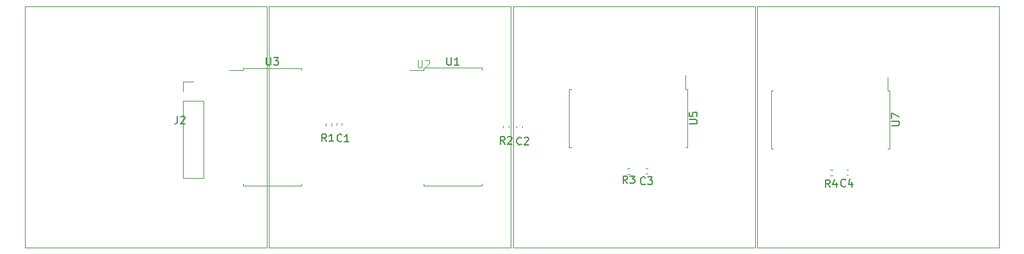
<source format=gbr>
%TF.GenerationSoftware,KiCad,Pcbnew,7.0.9*%
%TF.CreationDate,2024-01-25T00:03:06-08:00*%
%TF.ProjectId,Max7219_FC16,4d617837-3231-4395-9f46-4331362e6b69,rev?*%
%TF.SameCoordinates,Original*%
%TF.FileFunction,Legend,Top*%
%TF.FilePolarity,Positive*%
%FSLAX46Y46*%
G04 Gerber Fmt 4.6, Leading zero omitted, Abs format (unit mm)*
G04 Created by KiCad (PCBNEW 7.0.9) date 2024-01-25 00:03:06*
%MOMM*%
%LPD*%
G01*
G04 APERTURE LIST*
%ADD10C,0.150000*%
%ADD11C,0.100000*%
%ADD12C,0.120000*%
G04 APERTURE END LIST*
D10*
X49196666Y-51575619D02*
X49196666Y-52289904D01*
X49196666Y-52289904D02*
X49149047Y-52432761D01*
X49149047Y-52432761D02*
X49053809Y-52528000D01*
X49053809Y-52528000D02*
X48910952Y-52575619D01*
X48910952Y-52575619D02*
X48815714Y-52575619D01*
X49625238Y-51670857D02*
X49672857Y-51623238D01*
X49672857Y-51623238D02*
X49768095Y-51575619D01*
X49768095Y-51575619D02*
X50006190Y-51575619D01*
X50006190Y-51575619D02*
X50101428Y-51623238D01*
X50101428Y-51623238D02*
X50149047Y-51670857D01*
X50149047Y-51670857D02*
X50196666Y-51766095D01*
X50196666Y-51766095D02*
X50196666Y-51861333D01*
X50196666Y-51861333D02*
X50149047Y-52004190D01*
X50149047Y-52004190D02*
X49577619Y-52575619D01*
X49577619Y-52575619D02*
X50196666Y-52575619D01*
X111085333Y-60557580D02*
X111037714Y-60605200D01*
X111037714Y-60605200D02*
X110894857Y-60652819D01*
X110894857Y-60652819D02*
X110799619Y-60652819D01*
X110799619Y-60652819D02*
X110656762Y-60605200D01*
X110656762Y-60605200D02*
X110561524Y-60509961D01*
X110561524Y-60509961D02*
X110513905Y-60414723D01*
X110513905Y-60414723D02*
X110466286Y-60224247D01*
X110466286Y-60224247D02*
X110466286Y-60081390D01*
X110466286Y-60081390D02*
X110513905Y-59890914D01*
X110513905Y-59890914D02*
X110561524Y-59795676D01*
X110561524Y-59795676D02*
X110656762Y-59700438D01*
X110656762Y-59700438D02*
X110799619Y-59652819D01*
X110799619Y-59652819D02*
X110894857Y-59652819D01*
X110894857Y-59652819D02*
X111037714Y-59700438D01*
X111037714Y-59700438D02*
X111085333Y-59748057D01*
X111418667Y-59652819D02*
X112037714Y-59652819D01*
X112037714Y-59652819D02*
X111704381Y-60033771D01*
X111704381Y-60033771D02*
X111847238Y-60033771D01*
X111847238Y-60033771D02*
X111942476Y-60081390D01*
X111942476Y-60081390D02*
X111990095Y-60129009D01*
X111990095Y-60129009D02*
X112037714Y-60224247D01*
X112037714Y-60224247D02*
X112037714Y-60462342D01*
X112037714Y-60462342D02*
X111990095Y-60557580D01*
X111990095Y-60557580D02*
X111942476Y-60605200D01*
X111942476Y-60605200D02*
X111847238Y-60652819D01*
X111847238Y-60652819D02*
X111561524Y-60652819D01*
X111561524Y-60652819D02*
X111466286Y-60605200D01*
X111466286Y-60605200D02*
X111418667Y-60557580D01*
X108723133Y-60502019D02*
X108389800Y-60025828D01*
X108151705Y-60502019D02*
X108151705Y-59502019D01*
X108151705Y-59502019D02*
X108532657Y-59502019D01*
X108532657Y-59502019D02*
X108627895Y-59549638D01*
X108627895Y-59549638D02*
X108675514Y-59597257D01*
X108675514Y-59597257D02*
X108723133Y-59692495D01*
X108723133Y-59692495D02*
X108723133Y-59835352D01*
X108723133Y-59835352D02*
X108675514Y-59930590D01*
X108675514Y-59930590D02*
X108627895Y-59978209D01*
X108627895Y-59978209D02*
X108532657Y-60025828D01*
X108532657Y-60025828D02*
X108151705Y-60025828D01*
X109056467Y-59502019D02*
X109675514Y-59502019D01*
X109675514Y-59502019D02*
X109342181Y-59882971D01*
X109342181Y-59882971D02*
X109485038Y-59882971D01*
X109485038Y-59882971D02*
X109580276Y-59930590D01*
X109580276Y-59930590D02*
X109627895Y-59978209D01*
X109627895Y-59978209D02*
X109675514Y-60073447D01*
X109675514Y-60073447D02*
X109675514Y-60311542D01*
X109675514Y-60311542D02*
X109627895Y-60406780D01*
X109627895Y-60406780D02*
X109580276Y-60454400D01*
X109580276Y-60454400D02*
X109485038Y-60502019D01*
X109485038Y-60502019D02*
X109199324Y-60502019D01*
X109199324Y-60502019D02*
X109104086Y-60454400D01*
X109104086Y-60454400D02*
X109056467Y-60406780D01*
X116946487Y-52611904D02*
X117756010Y-52611904D01*
X117756010Y-52611904D02*
X117851248Y-52564285D01*
X117851248Y-52564285D02*
X117898868Y-52516666D01*
X117898868Y-52516666D02*
X117946487Y-52421428D01*
X117946487Y-52421428D02*
X117946487Y-52230952D01*
X117946487Y-52230952D02*
X117898868Y-52135714D01*
X117898868Y-52135714D02*
X117851248Y-52088095D01*
X117851248Y-52088095D02*
X117756010Y-52040476D01*
X117756010Y-52040476D02*
X116946487Y-52040476D01*
X116946487Y-51088095D02*
X116946487Y-51564285D01*
X116946487Y-51564285D02*
X117422677Y-51611904D01*
X117422677Y-51611904D02*
X117375058Y-51564285D01*
X117375058Y-51564285D02*
X117327439Y-51469047D01*
X117327439Y-51469047D02*
X117327439Y-51230952D01*
X117327439Y-51230952D02*
X117375058Y-51135714D01*
X117375058Y-51135714D02*
X117422677Y-51088095D01*
X117422677Y-51088095D02*
X117517915Y-51040476D01*
X117517915Y-51040476D02*
X117756010Y-51040476D01*
X117756010Y-51040476D02*
X117851248Y-51088095D01*
X117851248Y-51088095D02*
X117898868Y-51135714D01*
X117898868Y-51135714D02*
X117946487Y-51230952D01*
X117946487Y-51230952D02*
X117946487Y-51469047D01*
X117946487Y-51469047D02*
X117898868Y-51564285D01*
X117898868Y-51564285D02*
X117851248Y-51611904D01*
D11*
X80975295Y-44110619D02*
X80975295Y-44920142D01*
X80975295Y-44920142D02*
X81022914Y-45015380D01*
X81022914Y-45015380D02*
X81070533Y-45063000D01*
X81070533Y-45063000D02*
X81165771Y-45110619D01*
X81165771Y-45110619D02*
X81356247Y-45110619D01*
X81356247Y-45110619D02*
X81451485Y-45063000D01*
X81451485Y-45063000D02*
X81499104Y-45015380D01*
X81499104Y-45015380D02*
X81546723Y-44920142D01*
X81546723Y-44920142D02*
X81546723Y-44110619D01*
X81975295Y-44205857D02*
X82022914Y-44158238D01*
X82022914Y-44158238D02*
X82118152Y-44110619D01*
X82118152Y-44110619D02*
X82356247Y-44110619D01*
X82356247Y-44110619D02*
X82451485Y-44158238D01*
X82451485Y-44158238D02*
X82499104Y-44205857D01*
X82499104Y-44205857D02*
X82546723Y-44301095D01*
X82546723Y-44301095D02*
X82546723Y-44396333D01*
X82546723Y-44396333D02*
X82499104Y-44539190D01*
X82499104Y-44539190D02*
X81927676Y-45110619D01*
X81927676Y-45110619D02*
X82546723Y-45110619D01*
D10*
X84859695Y-43789219D02*
X84859695Y-44598742D01*
X84859695Y-44598742D02*
X84907314Y-44693980D01*
X84907314Y-44693980D02*
X84954933Y-44741600D01*
X84954933Y-44741600D02*
X85050171Y-44789219D01*
X85050171Y-44789219D02*
X85240647Y-44789219D01*
X85240647Y-44789219D02*
X85335885Y-44741600D01*
X85335885Y-44741600D02*
X85383504Y-44693980D01*
X85383504Y-44693980D02*
X85431123Y-44598742D01*
X85431123Y-44598742D02*
X85431123Y-43789219D01*
X86431123Y-44789219D02*
X85859695Y-44789219D01*
X86145409Y-44789219D02*
X86145409Y-43789219D01*
X86145409Y-43789219D02*
X86050171Y-43932076D01*
X86050171Y-43932076D02*
X85954933Y-44027314D01*
X85954933Y-44027314D02*
X85859695Y-44074933D01*
X92492533Y-55268019D02*
X92159200Y-54791828D01*
X91921105Y-55268019D02*
X91921105Y-54268019D01*
X91921105Y-54268019D02*
X92302057Y-54268019D01*
X92302057Y-54268019D02*
X92397295Y-54315638D01*
X92397295Y-54315638D02*
X92444914Y-54363257D01*
X92444914Y-54363257D02*
X92492533Y-54458495D01*
X92492533Y-54458495D02*
X92492533Y-54601352D01*
X92492533Y-54601352D02*
X92444914Y-54696590D01*
X92444914Y-54696590D02*
X92397295Y-54744209D01*
X92397295Y-54744209D02*
X92302057Y-54791828D01*
X92302057Y-54791828D02*
X91921105Y-54791828D01*
X92873486Y-54363257D02*
X92921105Y-54315638D01*
X92921105Y-54315638D02*
X93016343Y-54268019D01*
X93016343Y-54268019D02*
X93254438Y-54268019D01*
X93254438Y-54268019D02*
X93349676Y-54315638D01*
X93349676Y-54315638D02*
X93397295Y-54363257D01*
X93397295Y-54363257D02*
X93444914Y-54458495D01*
X93444914Y-54458495D02*
X93444914Y-54553733D01*
X93444914Y-54553733D02*
X93397295Y-54696590D01*
X93397295Y-54696590D02*
X92825867Y-55268019D01*
X92825867Y-55268019D02*
X93444914Y-55268019D01*
X68895933Y-54912419D02*
X68562600Y-54436228D01*
X68324505Y-54912419D02*
X68324505Y-53912419D01*
X68324505Y-53912419D02*
X68705457Y-53912419D01*
X68705457Y-53912419D02*
X68800695Y-53960038D01*
X68800695Y-53960038D02*
X68848314Y-54007657D01*
X68848314Y-54007657D02*
X68895933Y-54102895D01*
X68895933Y-54102895D02*
X68895933Y-54245752D01*
X68895933Y-54245752D02*
X68848314Y-54340990D01*
X68848314Y-54340990D02*
X68800695Y-54388609D01*
X68800695Y-54388609D02*
X68705457Y-54436228D01*
X68705457Y-54436228D02*
X68324505Y-54436228D01*
X69848314Y-54912419D02*
X69276886Y-54912419D01*
X69562600Y-54912419D02*
X69562600Y-53912419D01*
X69562600Y-53912419D02*
X69467362Y-54055276D01*
X69467362Y-54055276D02*
X69372124Y-54150514D01*
X69372124Y-54150514D02*
X69276886Y-54198133D01*
X94702333Y-55274380D02*
X94654714Y-55322000D01*
X94654714Y-55322000D02*
X94511857Y-55369619D01*
X94511857Y-55369619D02*
X94416619Y-55369619D01*
X94416619Y-55369619D02*
X94273762Y-55322000D01*
X94273762Y-55322000D02*
X94178524Y-55226761D01*
X94178524Y-55226761D02*
X94130905Y-55131523D01*
X94130905Y-55131523D02*
X94083286Y-54941047D01*
X94083286Y-54941047D02*
X94083286Y-54798190D01*
X94083286Y-54798190D02*
X94130905Y-54607714D01*
X94130905Y-54607714D02*
X94178524Y-54512476D01*
X94178524Y-54512476D02*
X94273762Y-54417238D01*
X94273762Y-54417238D02*
X94416619Y-54369619D01*
X94416619Y-54369619D02*
X94511857Y-54369619D01*
X94511857Y-54369619D02*
X94654714Y-54417238D01*
X94654714Y-54417238D02*
X94702333Y-54464857D01*
X95083286Y-54464857D02*
X95130905Y-54417238D01*
X95130905Y-54417238D02*
X95226143Y-54369619D01*
X95226143Y-54369619D02*
X95464238Y-54369619D01*
X95464238Y-54369619D02*
X95559476Y-54417238D01*
X95559476Y-54417238D02*
X95607095Y-54464857D01*
X95607095Y-54464857D02*
X95654714Y-54560095D01*
X95654714Y-54560095D02*
X95654714Y-54655333D01*
X95654714Y-54655333D02*
X95607095Y-54798190D01*
X95607095Y-54798190D02*
X95035667Y-55369619D01*
X95035667Y-55369619D02*
X95654714Y-55369619D01*
X70927933Y-54867980D02*
X70880314Y-54915600D01*
X70880314Y-54915600D02*
X70737457Y-54963219D01*
X70737457Y-54963219D02*
X70642219Y-54963219D01*
X70642219Y-54963219D02*
X70499362Y-54915600D01*
X70499362Y-54915600D02*
X70404124Y-54820361D01*
X70404124Y-54820361D02*
X70356505Y-54725123D01*
X70356505Y-54725123D02*
X70308886Y-54534647D01*
X70308886Y-54534647D02*
X70308886Y-54391790D01*
X70308886Y-54391790D02*
X70356505Y-54201314D01*
X70356505Y-54201314D02*
X70404124Y-54106076D01*
X70404124Y-54106076D02*
X70499362Y-54010838D01*
X70499362Y-54010838D02*
X70642219Y-53963219D01*
X70642219Y-53963219D02*
X70737457Y-53963219D01*
X70737457Y-53963219D02*
X70880314Y-54010838D01*
X70880314Y-54010838D02*
X70927933Y-54058457D01*
X71880314Y-54963219D02*
X71308886Y-54963219D01*
X71594600Y-54963219D02*
X71594600Y-53963219D01*
X71594600Y-53963219D02*
X71499362Y-54106076D01*
X71499362Y-54106076D02*
X71404124Y-54201314D01*
X71404124Y-54201314D02*
X71308886Y-54248933D01*
X137577533Y-60836980D02*
X137529914Y-60884600D01*
X137529914Y-60884600D02*
X137387057Y-60932219D01*
X137387057Y-60932219D02*
X137291819Y-60932219D01*
X137291819Y-60932219D02*
X137148962Y-60884600D01*
X137148962Y-60884600D02*
X137053724Y-60789361D01*
X137053724Y-60789361D02*
X137006105Y-60694123D01*
X137006105Y-60694123D02*
X136958486Y-60503647D01*
X136958486Y-60503647D02*
X136958486Y-60360790D01*
X136958486Y-60360790D02*
X137006105Y-60170314D01*
X137006105Y-60170314D02*
X137053724Y-60075076D01*
X137053724Y-60075076D02*
X137148962Y-59979838D01*
X137148962Y-59979838D02*
X137291819Y-59932219D01*
X137291819Y-59932219D02*
X137387057Y-59932219D01*
X137387057Y-59932219D02*
X137529914Y-59979838D01*
X137529914Y-59979838D02*
X137577533Y-60027457D01*
X138434676Y-60265552D02*
X138434676Y-60932219D01*
X138196581Y-59884600D02*
X137958486Y-60598885D01*
X137958486Y-60598885D02*
X138577533Y-60598885D01*
X135518133Y-61008419D02*
X135184800Y-60532228D01*
X134946705Y-61008419D02*
X134946705Y-60008419D01*
X134946705Y-60008419D02*
X135327657Y-60008419D01*
X135327657Y-60008419D02*
X135422895Y-60056038D01*
X135422895Y-60056038D02*
X135470514Y-60103657D01*
X135470514Y-60103657D02*
X135518133Y-60198895D01*
X135518133Y-60198895D02*
X135518133Y-60341752D01*
X135518133Y-60341752D02*
X135470514Y-60436990D01*
X135470514Y-60436990D02*
X135422895Y-60484609D01*
X135422895Y-60484609D02*
X135327657Y-60532228D01*
X135327657Y-60532228D02*
X134946705Y-60532228D01*
X136375276Y-60341752D02*
X136375276Y-61008419D01*
X136137181Y-59960800D02*
X135899086Y-60675085D01*
X135899086Y-60675085D02*
X136518133Y-60675085D01*
X60983695Y-43804819D02*
X60983695Y-44614342D01*
X60983695Y-44614342D02*
X61031314Y-44709580D01*
X61031314Y-44709580D02*
X61078933Y-44757200D01*
X61078933Y-44757200D02*
X61174171Y-44804819D01*
X61174171Y-44804819D02*
X61364647Y-44804819D01*
X61364647Y-44804819D02*
X61459885Y-44757200D01*
X61459885Y-44757200D02*
X61507504Y-44709580D01*
X61507504Y-44709580D02*
X61555123Y-44614342D01*
X61555123Y-44614342D02*
X61555123Y-43804819D01*
X61936076Y-43804819D02*
X62555123Y-43804819D01*
X62555123Y-43804819D02*
X62221790Y-44185771D01*
X62221790Y-44185771D02*
X62364647Y-44185771D01*
X62364647Y-44185771D02*
X62459885Y-44233390D01*
X62459885Y-44233390D02*
X62507504Y-44281009D01*
X62507504Y-44281009D02*
X62555123Y-44376247D01*
X62555123Y-44376247D02*
X62555123Y-44614342D01*
X62555123Y-44614342D02*
X62507504Y-44709580D01*
X62507504Y-44709580D02*
X62459885Y-44757200D01*
X62459885Y-44757200D02*
X62364647Y-44804819D01*
X62364647Y-44804819D02*
X62078933Y-44804819D01*
X62078933Y-44804819D02*
X61983695Y-44757200D01*
X61983695Y-44757200D02*
X61936076Y-44709580D01*
X143690019Y-52808304D02*
X144499542Y-52808304D01*
X144499542Y-52808304D02*
X144594780Y-52760685D01*
X144594780Y-52760685D02*
X144642400Y-52713066D01*
X144642400Y-52713066D02*
X144690019Y-52617828D01*
X144690019Y-52617828D02*
X144690019Y-52427352D01*
X144690019Y-52427352D02*
X144642400Y-52332114D01*
X144642400Y-52332114D02*
X144594780Y-52284495D01*
X144594780Y-52284495D02*
X144499542Y-52236876D01*
X144499542Y-52236876D02*
X143690019Y-52236876D01*
X143690019Y-51855923D02*
X143690019Y-51189257D01*
X143690019Y-51189257D02*
X144690019Y-51617828D01*
D12*
%TO.C,J2*%
X52638000Y-49580800D02*
X52638000Y-59800800D01*
X49978000Y-46980800D02*
X51308000Y-46980800D01*
X49978000Y-49580800D02*
X49978000Y-59800800D01*
X49978000Y-59800800D02*
X52638000Y-59800800D01*
X49978000Y-49580800D02*
X52638000Y-49580800D01*
X49978000Y-48310800D02*
X49978000Y-46980800D01*
D11*
%TO.C,U6*%
X125600000Y-69000000D02*
X93600000Y-69000000D01*
X93600000Y-69000000D02*
X93600000Y-37000000D01*
X93600000Y-37000000D02*
X125600000Y-37000000D01*
X125600000Y-37000000D02*
X125600000Y-69000000D01*
D12*
%TO.C,C3*%
X111172164Y-58491800D02*
X111387836Y-58491800D01*
X111172164Y-59211800D02*
X111387836Y-59211800D01*
%TO.C,R3*%
X109043441Y-58497200D02*
X108736159Y-58497200D01*
X109043441Y-59257200D02*
X108736159Y-59257200D01*
%TO.C,U5*%
X116651668Y-47990000D02*
X116386668Y-47990000D01*
X116386668Y-47990000D02*
X116386668Y-46175000D01*
X101031668Y-47990000D02*
X101296668Y-47990000D01*
X116651668Y-51850000D02*
X116651668Y-47990000D01*
X116651668Y-51850000D02*
X116651668Y-55710000D01*
X101031668Y-51850000D02*
X101031668Y-47990000D01*
X101031668Y-51850000D02*
X101031668Y-55710000D01*
X116651668Y-55710000D02*
X116386668Y-55710000D01*
X101031668Y-55710000D02*
X101296668Y-55710000D01*
D11*
%TO.C,U2*%
X93292200Y-69009800D02*
X61292200Y-69009800D01*
X61292200Y-69009800D02*
X61292200Y-37009800D01*
X61292200Y-37009800D02*
X93292200Y-37009800D01*
X93292200Y-37009800D02*
X93292200Y-69009800D01*
D12*
%TO.C,U1*%
X89481600Y-60794400D02*
X89481600Y-60529400D01*
X81761600Y-45174400D02*
X81761600Y-45439400D01*
X85621600Y-60794400D02*
X81761600Y-60794400D01*
X81761600Y-45439400D02*
X79946600Y-45439400D01*
X89481600Y-45174400D02*
X89481600Y-45439400D01*
X85621600Y-60794400D02*
X89481600Y-60794400D01*
X85621600Y-45174400D02*
X89481600Y-45174400D01*
X81761600Y-60794400D02*
X81761600Y-60529400D01*
X85621600Y-45174400D02*
X81761600Y-45174400D01*
%TO.C,R2*%
X93064600Y-52807359D02*
X93064600Y-53114641D01*
X92304600Y-52807359D02*
X92304600Y-53114641D01*
%TO.C,R1*%
X69592200Y-52501759D02*
X69592200Y-52809041D01*
X68832200Y-52501759D02*
X68832200Y-52809041D01*
%TO.C,C2*%
X94051800Y-52924764D02*
X94051800Y-53140436D01*
X94771800Y-52924764D02*
X94771800Y-53140436D01*
%TO.C,C1*%
X70226600Y-52543764D02*
X70226600Y-52759436D01*
X70946600Y-52543764D02*
X70946600Y-52759436D01*
%TO.C,C4*%
X137709964Y-58669600D02*
X137925636Y-58669600D01*
X137709964Y-59389600D02*
X137925636Y-59389600D01*
D11*
%TO.C,U8*%
X157900000Y-69000000D02*
X125900000Y-69000000D01*
X125900000Y-69000000D02*
X125900000Y-37000000D01*
X125900000Y-37000000D02*
X157900000Y-37000000D01*
X157900000Y-37000000D02*
X157900000Y-69000000D01*
D12*
%TO.C,R4*%
X135838441Y-59409600D02*
X135531159Y-59409600D01*
X135838441Y-58649600D02*
X135531159Y-58649600D01*
%TO.C,U3*%
X57885600Y-45190000D02*
X57885600Y-45455000D01*
X57885600Y-45455000D02*
X56070600Y-45455000D01*
X57885600Y-60810000D02*
X57885600Y-60545000D01*
X61745600Y-45190000D02*
X57885600Y-45190000D01*
X61745600Y-45190000D02*
X65605600Y-45190000D01*
X61745600Y-60810000D02*
X57885600Y-60810000D01*
X61745600Y-60810000D02*
X65605600Y-60810000D01*
X65605600Y-45190000D02*
X65605600Y-45455000D01*
X65605600Y-60810000D02*
X65605600Y-60545000D01*
%TO.C,U7*%
X127775200Y-55906400D02*
X128040200Y-55906400D01*
X143395200Y-55906400D02*
X143130200Y-55906400D01*
X127775200Y-52046400D02*
X127775200Y-55906400D01*
X127775200Y-52046400D02*
X127775200Y-48186400D01*
X143395200Y-52046400D02*
X143395200Y-55906400D01*
X143395200Y-52046400D02*
X143395200Y-48186400D01*
X127775200Y-48186400D02*
X128040200Y-48186400D01*
X143130200Y-48186400D02*
X143130200Y-46371400D01*
X143395200Y-48186400D02*
X143130200Y-48186400D01*
D11*
%TO.C,U4*%
X61000000Y-69000000D02*
X29000000Y-69000000D01*
X29000000Y-69000000D02*
X29000000Y-37000000D01*
X29000000Y-37000000D02*
X61000000Y-37000000D01*
X61000000Y-37000000D02*
X61000000Y-69000000D01*
%TD*%
M02*

</source>
